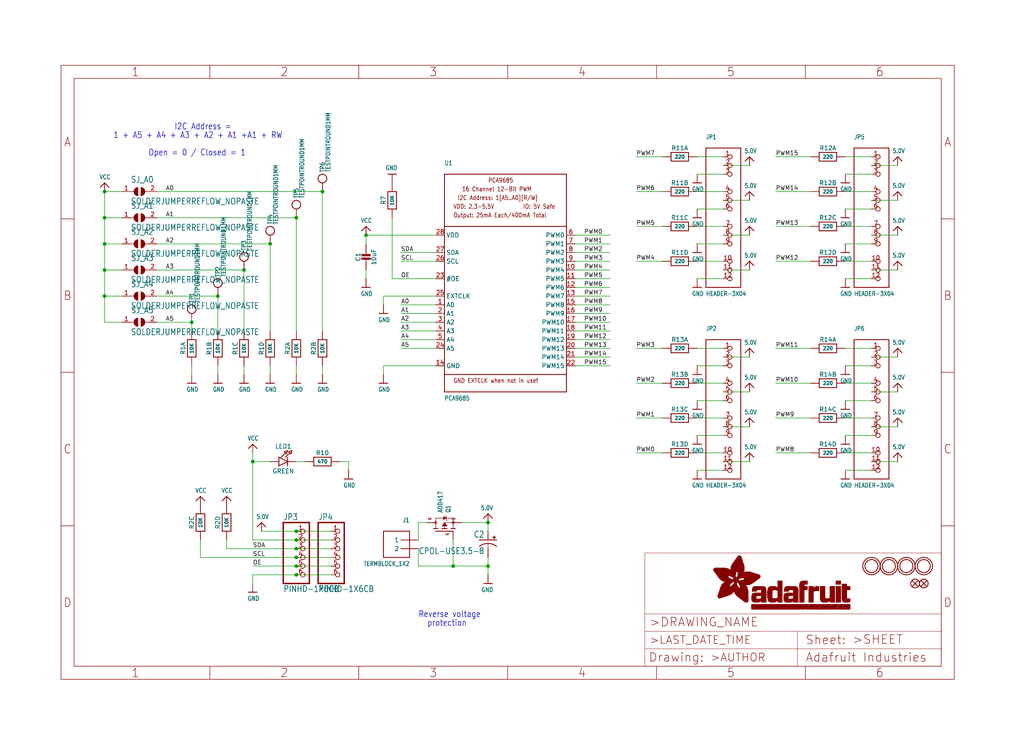
<source format=kicad_sch>
(kicad_sch (version 20211123) (generator eeschema)
  (paper "User" 298.45 217.881)
  (lib_symbols
    (symbol "PCA9685-eagle-import:5.0V" (power)
      (property "Value" "5.0V" (at -1.524 1.016 0))
      (symbol "5.0V_1_0"
        (pin power_in line (at 0 -2.54 90) (length 2.54) (name "5.0V") (number "1"))
      )
    )
    (symbol "PCA9685-eagle-import:CAP_CERAMIC0805-NOOUTLINE"
      (property "Reference" "C" (at -2.29 1.25 90))
      (property "Value" "CAP_CERAMIC0805-NOOUTLINE" (at 2.3 1.25 90))
      (symbol "CAP_CERAMIC0805-NOOUTLINE_1_0"
        (pin passive line (at 0 5.08 270) (length 2.54) (name "1") (number "1"))
        (pin passive line (at 0 -2.54 90) (length 2.54) (name "2") (number "2"))
      )
    )
    (symbol "PCA9685-eagle-import:CPOL-USE3.5-8"
      (property "Reference" "C" (at 1.016 0.635 0))
      (property "Value" "CPOL-USE3.5-8" (at 1.016 -4.191 0))
      (symbol "CPOL-USE3.5-8_1_0"
        (pin passive line (at 0 2.54 270) (length 2.54) (name "+") (number "+"))
        (pin passive line (at 0 -5.08 90) (length 2.54) (name "-") (number "-"))
      )
    )
    (symbol "PCA9685-eagle-import:FIDUCIAL{dblquote}{dblquote}")
    (symbol "PCA9685-eagle-import:FRAME_A4_ADAFRUIT"
      (symbol "FRAME_A4_ADAFRUIT_1_0"
        (text "1" (at 21.6958 1.905 0) (effects (font (size 2.54 2.286))))
        (text "1" (at 21.6958 177.165 0) (effects (font (size 2.54 2.286))))
        (text "2" (at 65.0875 1.905 0) (effects (font (size 2.54 2.286))))
        (text "2" (at 65.0875 177.165 0) (effects (font (size 2.54 2.286))))
        (text "3" (at 108.4792 1.905 0) (effects (font (size 2.54 2.286))))
        (text "3" (at 108.4792 177.165 0) (effects (font (size 2.54 2.286))))
        (text "4" (at 151.8708 1.905 0) (effects (font (size 2.54 2.286))))
        (text "4" (at 151.8708 177.165 0) (effects (font (size 2.54 2.286))))
        (text "5" (at 195.2625 1.905 0) (effects (font (size 2.54 2.286))))
        (text "5" (at 195.2625 177.165 0) (effects (font (size 2.54 2.286))))
        (text "6" (at 238.6542 1.905 0) (effects (font (size 2.54 2.286))))
        (text "6" (at 238.6542 177.165 0) (effects (font (size 2.54 2.286))))
        (text ">AUTHOR" (at 189.23 5.08 0) (effects (font (size 2.286 2.286)) (justify left bottom)))
        (text ">DRAWING_NAME" (at 171.45 15.24 0) (effects (font (size 2.54 2.54)) (justify left bottom)))
        (text ">LAST_DATE_TIME" (at 171.45 10.16 0) (effects (font (size 2.286 2.286)) (justify left bottom)))
        (text ">SHEET" (at 230.505 10.16 0) (effects (font (size 2.54 2.54)) (justify left bottom)))
        (text "A" (at 1.905 156.6863 0) (effects (font (size 2.54 2.286))))
        (text "A" (at 258.445 156.6863 0) (effects (font (size 2.54 2.286))))
        (text "Adafruit Industries" (at 216.916 4.953 0) (effects (font (size 2.54 2.54)) (justify left bottom)))
        (text "B" (at 1.905 111.9188 0) (effects (font (size 2.54 2.286))))
        (text "B" (at 258.445 111.9188 0) (effects (font (size 2.54 2.286))))
        (text "C" (at 1.905 67.1513 0) (effects (font (size 2.54 2.286))))
        (text "C" (at 258.445 67.1513 0) (effects (font (size 2.54 2.286))))
        (text "D" (at 1.905 22.3838 0) (effects (font (size 2.54 2.286))))
        (text "D" (at 258.445 22.3838 0) (effects (font (size 2.54 2.286))))
        (text "Drawing:" (at 171.196 4.953 0) (effects (font (size 2.54 2.54)) (justify left bottom)))
        (text "Sheet:" (at 216.916 10.033 0) (effects (font (size 2.54 2.54)) (justify left bottom)))
      )
    )
    (symbol "PCA9685-eagle-import:GND" (power)
      (property "Value" "GND" (at -1.524 -2.54 0))
      (symbol "GND_1_0"
        (pin power_in line (at 0 2.54 270) (length 2.54) (name "GND") (number "1"))
      )
    )
    (symbol "PCA9685-eagle-import:HEADER-3X04"
      (property "Reference" "JP" (at -5.08 22.86 0))
      (property "Value" "HEADER-3X04" (at -5.08 -22.86 0))
      (symbol "HEADER-3X04_1_0"
        (pin passive inverted (at 0 17.78 0) (length 2.54) (name "1") (number "1"))
        (pin passive inverted (at 0 -12.7 0) (length 2.54) (name "10") (number "10"))
        (pin passive inverted (at 0 -15.24 0) (length 2.54) (name "11") (number "11"))
        (pin passive inverted (at 0 -17.78 0) (length 2.54) (name "12") (number "12"))
        (pin passive inverted (at 0 15.24 0) (length 2.54) (name "2") (number "2"))
        (pin passive inverted (at 0 12.7 0) (length 2.54) (name "3") (number "3"))
        (pin passive inverted (at 0 7.62 0) (length 2.54) (name "4") (number "4"))
        (pin passive inverted (at 0 5.08 0) (length 2.54) (name "5") (number "5"))
        (pin passive inverted (at 0 2.54 0) (length 2.54) (name "6") (number "6"))
        (pin passive inverted (at 0 -2.54 0) (length 2.54) (name "7") (number "7"))
        (pin passive inverted (at 0 -5.08 0) (length 2.54) (name "8") (number "8"))
        (pin passive inverted (at 0 -7.62 0) (length 2.54) (name "9") (number "9"))
      )
    )
    (symbol "PCA9685-eagle-import:LED0805_NOOUTLINE"
      (property "Reference" "D" (at -1.27 4.445 0))
      (property "Value" "LED0805_NOOUTLINE" (at -1.27 -2.794 0))
      (symbol "LED0805_NOOUTLINE_1_0"
        (pin passive line (at -5.08 0 0) (length 2.54) (name "A") (number "A"))
        (pin passive line (at 2.54 0 180) (length 2.54) (name "C") (number "C"))
      )
    )
    (symbol "PCA9685-eagle-import:MOSFET-PTO252"
      (property "Reference" "Q" (at 2.794 0.381 0))
      (property "Value" "MOSFET-PTO252" (at 2.794 -1.905 0))
      (symbol "MOSFET-PTO252_1_0"
        (text "D" (at 0.635 -3.81 0) (effects (font (size 0.8128 0.6908)) (justify left bottom)))
        (text "G" (at -3.81 1.27 0) (effects (font (size 0.8128 0.6908)) (justify left bottom)))
        (text "S" (at 0.635 3.175 0) (effects (font (size 0.8128 0.6908)) (justify left bottom)))
        (pin passive line (at -5.08 2.54 0) (length 2.54) (name "G") (number "1"))
        (pin passive line (at 0 5.08 270) (length 2.54) (name "S") (number "2"))
        (pin passive line (at 0 -5.08 90) (length 2.54) (name "D") (number "3"))
      )
    )
    (symbol "PCA9685-eagle-import:MOUNTINGHOLE2.5")
    (symbol "PCA9685-eagle-import:PCA9685"
      (property "Reference" "U" (at -17.78 35.56 0))
      (property "Value" "PCA9685" (at -17.78 -33.02 0))
      (symbol "PCA9685_1_0"
        (text "16 Channel 12-Bit PWM" (at -12.7 27.94 0) (effects (font (size 1.27 1.0795)) (justify left bottom)))
        (text "GND EXTCLK when not in use!" (at -15.24 -27.94 0) (effects (font (size 1.27 1.0795)) (justify left bottom)))
        (text "I2C Address: 1[A5..A0][R/W]" (at -13.97 25.4 0) (effects (font (size 1.27 1.0795)) (justify left bottom)))
        (text "IO: 5V Safe" (at 5.08 22.86 0) (effects (font (size 1.27 1.0795)) (justify left bottom)))
        (text "Output: 25mA Each/400mA Total" (at -15.24 20.32 0) (effects (font (size 1.27 1.0795)) (justify left bottom)))
        (text "PCA9685" (at -5.08 30.48 0) (effects (font (size 1.27 1.0795)) (justify left bottom)))
        (text "VDD: 2.3-5.5V" (at -15.24 22.86 0) (effects (font (size 1.27 1.0795)) (justify left bottom)))
        (pin bidirectional line (at -20.32 -5.08 0) (length 2.54) (name "A0") (number "1"))
        (pin output line (at 20.32 5.08 180) (length 2.54) (name "PWM4") (number "10"))
        (pin output line (at 20.32 2.54 180) (length 2.54) (name "PWM5") (number "11"))
        (pin output line (at 20.32 0 180) (length 2.54) (name "PWM6") (number "12"))
        (pin output line (at 20.32 -2.54 180) (length 2.54) (name "PWM7") (number "13"))
        (pin power_in line (at -20.32 -22.86 0) (length 2.54) (name "GND") (number "14"))
        (pin output line (at 20.32 -5.08 180) (length 2.54) (name "PWM8") (number "15"))
        (pin output line (at 20.32 -7.62 180) (length 2.54) (name "PWM9") (number "16"))
        (pin output line (at 20.32 -10.16 180) (length 2.54) (name "PWM10") (number "17"))
        (pin output line (at 20.32 -12.7 180) (length 2.54) (name "PWM11") (number "18"))
        (pin output line (at 20.32 -15.24 180) (length 2.54) (name "PWM12") (number "19"))
        (pin bidirectional line (at -20.32 -7.62 0) (length 2.54) (name "A1") (number "2"))
        (pin output line (at 20.32 -17.78 180) (length 2.54) (name "PWM13") (number "20"))
        (pin output line (at 20.32 -20.32 180) (length 2.54) (name "PWM14") (number "21"))
        (pin output line (at 20.32 -22.86 180) (length 2.54) (name "PWM15") (number "22"))
        (pin input line (at -20.32 2.54 0) (length 2.54) (name "#OE") (number "23"))
        (pin bidirectional line (at -20.32 -17.78 0) (length 2.54) (name "A5") (number "24"))
        (pin input line (at -20.32 -2.54 0) (length 2.54) (name "EXTCLK") (number "25"))
        (pin bidirectional line (at -20.32 7.62 0) (length 2.54) (name "SCL") (number "26"))
        (pin bidirectional line (at -20.32 10.16 0) (length 2.54) (name "SDA") (number "27"))
        (pin power_in line (at -20.32 15.24 0) (length 2.54) (name "VDD") (number "28"))
        (pin bidirectional line (at -20.32 -10.16 0) (length 2.54) (name "A2") (number "3"))
        (pin bidirectional line (at -20.32 -12.7 0) (length 2.54) (name "A3") (number "4"))
        (pin bidirectional line (at -20.32 -15.24 0) (length 2.54) (name "A4") (number "5"))
        (pin output line (at 20.32 15.24 180) (length 2.54) (name "PWM0") (number "6"))
        (pin output line (at 20.32 12.7 180) (length 2.54) (name "PWM1") (number "7"))
        (pin output line (at 20.32 10.16 180) (length 2.54) (name "PWM2") (number "8"))
        (pin output line (at 20.32 7.62 180) (length 2.54) (name "PWM3") (number "9"))
      )
    )
    (symbol "PCA9685-eagle-import:PINHD-1X6CB"
      (property "Reference" "JP" (at -6.35 10.795 0))
      (property "Value" "PINHD-1X6CB" (at -6.35 -10.16 0))
      (symbol "PINHD-1X6CB_1_0"
        (pin passive inverted (at -2.54 7.62 0) (length 2.54) (name "1") (number "1"))
        (pin passive inverted (at -2.54 5.08 0) (length 2.54) (name "2") (number "2"))
        (pin passive inverted (at -2.54 2.54 0) (length 2.54) (name "3") (number "3"))
        (pin passive inverted (at -2.54 0 0) (length 2.54) (name "4") (number "4"))
        (pin passive inverted (at -2.54 -2.54 0) (length 2.54) (name "5") (number "5"))
        (pin passive inverted (at -2.54 -5.08 0) (length 2.54) (name "6") (number "6"))
      )
    )
    (symbol "PCA9685-eagle-import:RESISTOR0805_NOOUTLINE"
      (property "Reference" "R" (at 0 2.54 0))
      (property "Value" "RESISTOR0805_NOOUTLINE" (at 0 0 0))
      (symbol "RESISTOR0805_NOOUTLINE_1_0"
        (pin passive line (at -5.08 0 0) (length 2.54) (name "1") (number "1"))
        (pin passive line (at 5.08 0 180) (length 2.54) (name "2") (number "2"))
      )
    )
    (symbol "PCA9685-eagle-import:RESISTOR_0805MP"
      (property "Reference" "R" (at 0 2.54 0))
      (property "Value" "RESISTOR_0805MP" (at 0 0 0))
      (symbol "RESISTOR_0805MP_1_0"
        (pin passive line (at -5.08 0 0) (length 2.54) (name "1") (number "1"))
        (pin passive line (at 5.08 0 180) (length 2.54) (name "2") (number "2"))
      )
    )
    (symbol "PCA9685-eagle-import:RESISTOR_4PACK"
      (property "Reference" "R" (at 0 2.54 0))
      (property "Value" "RESISTOR_4PACK" (at 0 0 0))
      (symbol "RESISTOR_4PACK_1_0"
        (pin passive line (at -5.08 0 0) (length 2.54) (name "1") (number "1"))
        (pin passive line (at 5.08 0 180) (length 2.54) (name "2") (number "8"))
      )
      (symbol "RESISTOR_4PACK_2_0"
        (pin passive line (at -5.08 0 0) (length 2.54) (name "1") (number "2"))
        (pin passive line (at 5.08 0 180) (length 2.54) (name "2") (number "7"))
      )
      (symbol "RESISTOR_4PACK_3_0"
        (pin passive line (at -5.08 0 0) (length 2.54) (name "1") (number "3"))
        (pin passive line (at 5.08 0 180) (length 2.54) (name "2") (number "6"))
      )
      (symbol "RESISTOR_4PACK_4_0"
        (pin passive line (at -5.08 0 0) (length 2.54) (name "1") (number "4"))
        (pin passive line (at 5.08 0 180) (length 2.54) (name "2") (number "5"))
      )
    )
    (symbol "PCA9685-eagle-import:SOLDERJUMPERREFLOW_NOPASTE"
      (property "Reference" "SJ" (at -2.54 2.54 0))
      (property "Value" "SOLDERJUMPERREFLOW_NOPASTE" (at -2.54 -3.81 0))
      (symbol "SOLDERJUMPERREFLOW_NOPASTE_1_0"
        (pin passive line (at -5.08 0 0) (length 2.54) (name "1") (number "1"))
        (pin passive line (at 5.08 0 180) (length 2.54) (name "2") (number "2"))
      )
    )
    (symbol "PCA9685-eagle-import:TERMBLOCK_1X2"
      (property "Reference" "X" (at -2.54 7.62 0))
      (property "Value" "TERMBLOCK_1X2" (at -2.54 -5.08 0))
      (symbol "TERMBLOCK_1X2_1_0"
        (pin passive line (at -5.08 2.54 0) (length 5.08) (name "1") (number "1"))
        (pin passive line (at -5.08 0 0) (length 5.08) (name "2") (number "2"))
      )
    )
    (symbol "PCA9685-eagle-import:TESTPOINTROUND1MM"
      (property "Reference" "TP" (at 0 5.588 90))
      (property "Value" "TESTPOINTROUND1MM" (at 1.651 5.588 90))
      (symbol "TESTPOINTROUND1MM_1_0"
        (pin bidirectional line (at 0 0 90) (length 2.54) (name "P$1") (number "P$1"))
      )
    )
    (symbol "PCA9685-eagle-import:VCC" (power)
      (property "Value" "VCC" (at -1.524 1.016 0))
      (symbol "VCC_1_0"
        (pin power_in line (at 0 -2.54 90) (length 2.54) (name "VCC") (number "1"))
      )
    )
  )
  (junction (at 86.36 167.64))
  (junction (at 73.66 134.62))
  (junction (at 86.36 157.48))
  (junction (at 86.36 63.5))
  (junction (at 63.5 86.36))
  (junction (at 55.88 93.98))
  (junction (at 132.08 165.1))
  (junction (at 106.68 68.58))
  (junction (at 86.36 154.94))
  (junction (at 30.48 71.12))
  (junction (at 93.98 55.88))
  (junction (at 30.48 63.5))
  (junction (at 78.74 71.12))
  (junction (at 30.48 78.74))
  (junction (at 86.36 160.02))
  (junction (at 30.48 55.88))
  (junction (at 142.24 165.1))
  (junction (at 142.24 152.4))
  (junction (at 86.36 165.1))
  (junction (at 71.12 78.74))
  (junction (at 30.48 86.36))
  (junction (at 86.36 162.56))
  (wire (pts (xy 203.2 121.92) (xy 210.82 121.92)))
  (wire (pts (xy 210.82 71.12) (xy 203.2 71.12)))
  (wire (pts (xy 254 116.84) (xy 246.38 116.84)))
  (wire (pts (xy 111.76 86.36) (xy 111.76 88.9)))
  (wire (pts (xy 210.82 60.96) (xy 203.2 60.96)))
  (wire (pts (xy 254 127) (xy 246.38 127)))
  (wire (pts (xy 86.36 154.94) (xy 96.52 154.94)))
  (wire (pts (xy 132.08 165.1) (xy 121.92 165.1)))
  (wire (pts (xy 193.04 111.76) (xy 185.42 111.76)))
  (wire (pts (xy 203.2 132.08) (xy 210.82 132.08)))
  (wire (pts (xy 210.82 127) (xy 203.2 127)))
  (wire (pts (xy 167.64 93.98) (xy 177.8 93.98)))
  (wire (pts (xy 246.38 45.72) (xy 254 45.72)))
  (wire (pts (xy 246.38 66.04) (xy 254 66.04)))
  (wire (pts (xy 254 71.12) (xy 246.38 71.12)))
  (wire (pts (xy 236.22 101.6) (xy 226.06 101.6)))
  (wire (pts (xy 210.82 50.8) (xy 203.2 50.8)))
  (wire (pts (xy 58.42 162.56) (xy 58.42 157.48)))
  (wire (pts (xy 236.22 132.08) (xy 226.06 132.08)))
  (wire (pts (xy 254 134.62) (xy 261.62 134.62)))
  (wire (pts (xy 236.22 121.92) (xy 226.06 121.92)))
  (wire (pts (xy 210.82 137.16) (xy 203.2 137.16)))
  (wire (pts (xy 121.92 152.4) (xy 121.92 157.48)))
  (wire (pts (xy 127 81.28) (xy 114.3 81.28)))
  (wire (pts (xy 127 88.9) (xy 116.84 88.9)))
  (wire (pts (xy 210.82 78.74) (xy 218.44 78.74)))
  (wire (pts (xy 55.88 93.98) (xy 55.88 96.52)))
  (wire (pts (xy 254 50.8) (xy 246.38 50.8)))
  (wire (pts (xy 127 106.68) (xy 111.76 106.68)))
  (wire (pts (xy 30.48 78.74) (xy 30.48 71.12)))
  (wire (pts (xy 246.38 55.88) (xy 254 55.88)))
  (wire (pts (xy 210.82 104.14) (xy 218.44 104.14)))
  (wire (pts (xy 86.36 162.56) (xy 58.42 162.56)))
  (wire (pts (xy 203.2 76.2) (xy 210.82 76.2)))
  (wire (pts (xy 167.64 83.82) (xy 177.8 83.82)))
  (wire (pts (xy 86.36 157.48) (xy 73.66 157.48)))
  (wire (pts (xy 127 101.6) (xy 116.84 101.6)))
  (wire (pts (xy 236.22 45.72) (xy 226.06 45.72)))
  (wire (pts (xy 45.72 63.5) (xy 86.36 63.5)))
  (wire (pts (xy 86.36 134.62) (xy 88.9 134.62)))
  (wire (pts (xy 193.04 132.08) (xy 185.42 132.08)))
  (wire (pts (xy 210.82 114.3) (xy 218.44 114.3)))
  (wire (pts (xy 106.68 68.58) (xy 127 68.58)))
  (wire (pts (xy 254 124.46) (xy 261.62 124.46)))
  (wire (pts (xy 45.72 78.74) (xy 71.12 78.74)))
  (wire (pts (xy 127 73.66) (xy 116.84 73.66)))
  (wire (pts (xy 167.64 88.9) (xy 177.8 88.9)))
  (wire (pts (xy 210.82 68.58) (xy 218.44 68.58)))
  (wire (pts (xy 45.72 55.88) (xy 93.98 55.88)))
  (wire (pts (xy 93.98 106.68) (xy 93.98 109.22)))
  (wire (pts (xy 210.82 124.46) (xy 218.44 124.46)))
  (wire (pts (xy 124.46 152.4) (xy 121.92 152.4)))
  (wire (pts (xy 246.38 101.6) (xy 254 101.6)))
  (wire (pts (xy 86.36 106.68) (xy 86.36 109.22)))
  (wire (pts (xy 167.64 68.58) (xy 177.8 68.58)))
  (wire (pts (xy 193.04 101.6) (xy 185.42 101.6)))
  (wire (pts (xy 127 86.36) (xy 111.76 86.36)))
  (wire (pts (xy 73.66 134.62) (xy 73.66 132.08)))
  (wire (pts (xy 254 60.96) (xy 246.38 60.96)))
  (wire (pts (xy 30.48 86.36) (xy 30.48 78.74)))
  (wire (pts (xy 96.52 157.48) (xy 86.36 157.48)))
  (wire (pts (xy 35.56 55.88) (xy 30.48 55.88)))
  (wire (pts (xy 121.92 165.1) (xy 121.92 160.02)))
  (wire (pts (xy 142.24 165.1) (xy 132.08 165.1)))
  (wire (pts (xy 99.06 134.62) (xy 101.6 134.62)))
  (wire (pts (xy 246.38 111.76) (xy 254 111.76)))
  (wire (pts (xy 167.64 86.36) (xy 177.8 86.36)))
  (wire (pts (xy 254 114.3) (xy 261.62 114.3)))
  (wire (pts (xy 254 81.28) (xy 246.38 81.28)))
  (wire (pts (xy 78.74 106.68) (xy 78.74 109.22)))
  (wire (pts (xy 167.64 99.06) (xy 177.8 99.06)))
  (wire (pts (xy 30.48 71.12) (xy 30.48 63.5)))
  (wire (pts (xy 111.76 106.68) (xy 111.76 109.22)))
  (wire (pts (xy 96.52 167.64) (xy 86.36 167.64)))
  (wire (pts (xy 185.42 55.88) (xy 193.04 55.88)))
  (wire (pts (xy 142.24 165.1) (xy 142.24 167.64)))
  (wire (pts (xy 236.22 111.76) (xy 226.06 111.76)))
  (wire (pts (xy 63.5 86.36) (xy 63.5 96.52)))
  (wire (pts (xy 30.48 63.5) (xy 30.48 55.88)))
  (wire (pts (xy 73.66 157.48) (xy 73.66 134.62)))
  (wire (pts (xy 210.82 58.42) (xy 218.44 58.42)))
  (wire (pts (xy 35.56 78.74) (xy 30.48 78.74)))
  (wire (pts (xy 193.04 76.2) (xy 185.42 76.2)))
  (wire (pts (xy 96.52 160.02) (xy 86.36 160.02)))
  (wire (pts (xy 254 104.14) (xy 261.62 104.14)))
  (wire (pts (xy 78.74 71.12) (xy 78.74 96.52)))
  (wire (pts (xy 236.22 66.04) (xy 226.06 66.04)))
  (wire (pts (xy 193.04 66.04) (xy 185.42 66.04)))
  (wire (pts (xy 106.68 68.58) (xy 106.68 71.12)))
  (wire (pts (xy 167.64 81.28) (xy 177.8 81.28)))
  (wire (pts (xy 142.24 152.4) (xy 142.24 154.94)))
  (wire (pts (xy 167.64 91.44) (xy 177.8 91.44)))
  (wire (pts (xy 167.64 76.2) (xy 177.8 76.2)))
  (wire (pts (xy 30.48 93.98) (xy 30.48 86.36)))
  (wire (pts (xy 203.2 55.88) (xy 210.82 55.88)))
  (wire (pts (xy 246.38 132.08) (xy 254 132.08)))
  (wire (pts (xy 254 68.58) (xy 261.62 68.58)))
  (wire (pts (xy 142.24 162.56) (xy 142.24 165.1)))
  (wire (pts (xy 127 99.06) (xy 116.84 99.06)))
  (wire (pts (xy 86.36 160.02) (xy 66.04 160.02)))
  (wire (pts (xy 203.2 101.6) (xy 210.82 101.6)))
  (wire (pts (xy 73.66 167.64) (xy 73.66 170.18)))
  (wire (pts (xy 127 93.98) (xy 116.84 93.98)))
  (wire (pts (xy 134.62 152.4) (xy 142.24 152.4)))
  (wire (pts (xy 66.04 160.02) (xy 66.04 157.48)))
  (wire (pts (xy 86.36 167.64) (xy 73.66 167.64)))
  (wire (pts (xy 167.64 73.66) (xy 177.8 73.66)))
  (wire (pts (xy 193.04 121.92) (xy 185.42 121.92)))
  (wire (pts (xy 127 96.52) (xy 116.84 96.52)))
  (wire (pts (xy 167.64 78.74) (xy 177.8 78.74)))
  (wire (pts (xy 127 76.2) (xy 116.84 76.2)))
  (wire (pts (xy 96.52 162.56) (xy 86.36 162.56)))
  (wire (pts (xy 210.82 48.26) (xy 218.44 48.26)))
  (wire (pts (xy 210.82 134.62) (xy 218.44 134.62)))
  (wire (pts (xy 86.36 165.1) (xy 73.66 165.1)))
  (wire (pts (xy 254 78.74) (xy 261.62 78.74)))
  (wire (pts (xy 167.64 101.6) (xy 177.8 101.6)))
  (wire (pts (xy 35.56 86.36) (xy 30.48 86.36)))
  (wire (pts (xy 63.5 106.68) (xy 63.5 109.22)))
  (wire (pts (xy 210.82 116.84) (xy 203.2 116.84)))
  (wire (pts (xy 193.04 45.72) (xy 185.42 45.72)))
  (wire (pts (xy 76.2 154.94) (xy 86.36 154.94)))
  (wire (pts (xy 167.64 104.14) (xy 177.8 104.14)))
  (wire (pts (xy 246.38 76.2) (xy 254 76.2)))
  (wire (pts (xy 35.56 63.5) (xy 30.48 63.5)))
  (wire (pts (xy 210.82 106.68) (xy 203.2 106.68)))
  (wire (pts (xy 96.52 165.1) (xy 86.36 165.1)))
  (wire (pts (xy 101.6 134.62) (xy 101.6 137.16)))
  (wire (pts (xy 203.2 111.76) (xy 210.82 111.76)))
  (wire (pts (xy 203.2 45.72) (xy 210.82 45.72)))
  (wire (pts (xy 45.72 86.36) (xy 63.5 86.36)))
  (wire (pts (xy 73.66 134.62) (xy 78.74 134.62)))
  (wire (pts (xy 35.56 71.12) (xy 30.48 71.12)))
  (wire (pts (xy 254 106.68) (xy 246.38 106.68)))
  (wire (pts (xy 254 137.16) (xy 246.38 137.16)))
  (wire (pts (xy 167.64 96.52) (xy 177.8 96.52)))
  (wire (pts (xy 45.72 93.98) (xy 55.88 93.98)))
  (wire (pts (xy 45.72 71.12) (xy 78.74 71.12)))
  (wire (pts (xy 236.22 76.2) (xy 226.06 76.2)))
  (wire (pts (xy 93.98 55.88) (xy 93.98 96.52)))
  (wire (pts (xy 132.08 157.48) (xy 132.08 165.1)))
  (wire (pts (xy 106.68 78.74) (xy 106.68 81.28)))
  (wire (pts (xy 114.3 81.28) (xy 114.3 63.5)))
  (wire (pts (xy 236.22 55.88) (xy 226.06 55.88)))
  (wire (pts (xy 254 48.26) (xy 261.62 48.26)))
  (wire (pts (xy 71.12 78.74) (xy 71.12 96.52)))
  (wire (pts (xy 55.88 106.68) (xy 55.88 109.22)))
  (wire (pts (xy 35.56 93.98) (xy 30.48 93.98)))
  (wire (pts (xy 167.64 71.12) (xy 177.8 71.12)))
  (wire (pts (xy 246.38 121.92) (xy 254 121.92)))
  (wire (pts (xy 127 91.44) (xy 116.84 91.44)))
  (wire (pts (xy 71.12 106.68) (xy 71.12 109.22)))
  (wire (pts (xy 254 58.42) (xy 261.62 58.42)))
  (wire (pts (xy 210.82 81.28) (xy 203.2 81.28)))
  (wire (pts (xy 203.2 66.04) (xy 210.82 66.04)))
  (wire (pts (xy 86.36 63.5) (xy 86.36 96.52)))
  (wire (pts (xy 167.64 106.68) (xy 177.8 106.68)))
  (text "Open = 0 / Closed = 1" (at 43.18 45.72 180) (effects (font (size 1.778 1.5113)) (justify left bottom)))
  (text "1 + A5 + A4 + A3 + A2 + A1 +A1 + RW" (at 33.02 40.64 180) (effects (font (size 1.778 1.5113)) (justify left bottom)))
  (text "Reverse voltage" (at 121.92 180.34 180) (effects (font (size 1.778 1.5113)) (justify left bottom)))
  (text "I2C Address =" (at 50.8 38.1 180) (effects (font (size 1.778 1.5113)) (justify left bottom)))
  (text "protection" (at 124.46 182.88 180) (effects (font (size 1.778 1.5113)) (justify left bottom)))
  (label "PWM14" (at 226.06 55.88 0) (effects (font (size 1.2446 1.2446))))
  (label "PWM14" (at 170.18 104.14 0) (effects (font (size 1.2446 1.2446))))
  (label "A4" (at 48.26 86.36 0) (effects (font (size 1.2446 1.2446))))
  (label "A1" (at 48.26 63.5 0) (effects (font (size 1.2446 1.2446))))
  (label "PWM7" (at 170.18 86.36 0) (effects (font (size 1.2446 1.2446))))
  (label "PWM5" (at 170.18 81.28 0) (effects (font (size 1.2446 1.2446))))
  (label "A3" (at 116.84 96.52 0) (effects (font (size 1.2446 1.2446))))
  (label "PWM12" (at 226.06 76.2 0) (effects (font (size 1.2446 1.2446))))
  (label "PWM15" (at 226.06 45.72 0) (effects (font (size 1.2446 1.2446))))
  (label "PWM5" (at 185.42 66.04 0) (effects (font (size 1.2446 1.2446))))
  (label "PWM11" (at 226.06 101.6 0) (effects (font (size 1.2446 1.2446))))
  (label "A1" (at 116.84 91.44 0) (effects (font (size 1.2446 1.2446))))
  (label "A4" (at 116.84 99.06 0) (effects (font (size 1.2446 1.2446))))
  (label "PWM3" (at 185.42 101.6 0) (effects (font (size 1.2446 1.2446))))
  (label "PWM15" (at 170.18 106.68 0) (effects (font (size 1.2446 1.2446))))
  (label "SDA" (at 73.66 160.02 0) (effects (font (size 1.2446 1.2446))))
  (label "PWM4" (at 185.42 76.2 0) (effects (font (size 1.2446 1.2446))))
  (label "PWM12" (at 170.18 99.06 0) (effects (font (size 1.2446 1.2446))))
  (label "OE" (at 73.66 165.1 0) (effects (font (size 1.2446 1.2446))))
  (label "A5" (at 116.84 101.6 0) (effects (font (size 1.2446 1.2446))))
  (label "PWM1" (at 185.42 121.92 0) (effects (font (size 1.2446 1.2446))))
  (label "PWM6" (at 185.42 55.88 0) (effects (font (size 1.2446 1.2446))))
  (label "PWM13" (at 226.06 66.04 0) (effects (font (size 1.2446 1.2446))))
  (label "PWM13" (at 170.18 101.6 0) (effects (font (size 1.2446 1.2446))))
  (label "A0" (at 116.84 88.9 0) (effects (font (size 1.2446 1.2446))))
  (label "PWM7" (at 185.42 45.72 0) (effects (font (size 1.2446 1.2446))))
  (label "PWM4" (at 170.18 78.74 0) (effects (font (size 1.2446 1.2446))))
  (label "PWM10" (at 226.06 111.76 0) (effects (font (size 1.2446 1.2446))))
  (label "PWM2" (at 185.42 111.76 0) (effects (font (size 1.2446 1.2446))))
  (label "PWM2" (at 170.18 73.66 0) (effects (font (size 1.2446 1.2446))))
  (label "PWM9" (at 170.18 91.44 0) (effects (font (size 1.2446 1.2446))))
  (label "PWM0" (at 170.18 68.58 0) (effects (font (size 1.2446 1.2446))))
  (label "PWM6" (at 170.18 83.82 0) (effects (font (size 1.2446 1.2446))))
  (label "SCL" (at 73.66 162.56 0) (effects (font (size 1.2446 1.2446))))
  (label "A2" (at 116.84 93.98 0) (effects (font (size 1.2446 1.2446))))
  (label "PWM8" (at 226.06 132.08 0) (effects (font (size 1.2446 1.2446))))
  (label "OE" (at 116.84 81.28 0) (effects (font (size 1.2446 1.2446))))
  (label "PWM8" (at 170.18 88.9 0) (effects (font (size 1.2446 1.2446))))
  (label "A5" (at 48.26 93.98 0) (effects (font (size 1.2446 1.2446))))
  (label "PWM0" (at 185.42 132.08 0) (effects (font (size 1.2446 1.2446))))
  (label "A0" (at 48.26 55.88 0) (effects (font (size 1.2446 1.2446))))
  (label "PWM11" (at 170.18 96.52 0) (effects (font (size 1.2446 1.2446))))
  (label "SCL" (at 116.84 76.2 0) (effects (font (size 1.2446 1.2446))))
  (label "PWM3" (at 170.18 76.2 0) (effects (font (size 1.2446 1.2446))))
  (label "PWM1" (at 170.18 71.12 0) (effects (font (size 1.2446 1.2446))))
  (label "A3" (at 48.26 78.74 0) (effects (font (size 1.2446 1.2446))))
  (label "PWM10" (at 170.18 93.98 0) (effects (font (size 1.2446 1.2446))))
  (label "SDA" (at 116.84 73.66 0) (effects (font (size 1.2446 1.2446))))
  (label "A2" (at 48.26 71.12 0) (effects (font (size 1.2446 1.2446))))
  (label "PWM9" (at 226.06 121.92 0) (effects (font (size 1.2446 1.2446))))
  (symbol (lib_id "PCA9685-eagle-import:RESISTOR_4PACK") (at 78.74 101.6 90) (unit 4)
    (property "Reference" "R1" (at 76.2 101.6 0))
    (property "Value" "10K" (at 78.74 101.6 0) (effects (font (size 1.016 1.016) bold)))
    (property "Footprint" "PCA9685:RESPACK_4X0603" (effects hide))
  )
  (symbol (lib_id "PCA9685-eagle-import:GND") (at 203.2 83.82 0) (unit 1)
    (property "Reference" "#U$21" (effects hide))
    (property "Value" "GND" (at 201.676 86.36 0) (effects (font (size 1.27 1.0795)) (justify left bottom)))
    (property "Footprint" "PCA9685:" (effects hide))
  )
  (symbol (lib_id "PCA9685-eagle-import:SOLDERJUMPERREFLOW_NOPASTE") (at 40.64 78.74 0) (unit 1)
    (property "Reference" "SJ_A3" (at 38.1 76.2 0) (effects (font (size 1.778 1.5113)) (justify left bottom)))
    (property "Value" "SOLDERJUMPERREFLOW_NOPASTE" (at 38.1 82.55 0) (effects (font (size 1.778 1.5113)) (justify left bottom)))
    (property "Footprint" "PCA9685:SOLDERJUMPER_REFLOW_NOPASTE" (effects hide))
  )
  (symbol (lib_id "PCA9685-eagle-import:GND") (at 63.5 111.76 0) (unit 1)
    (property "Reference" "#U$37" (effects hide))
    (property "Value" "GND" (at 61.976 114.3 0) (effects (font (size 1.27 1.0795)) (justify left bottom)))
    (property "Footprint" "PCA9685:" (effects hide))
  )
  (symbol (lib_id "PCA9685-eagle-import:5.0V") (at 218.44 55.88 0) (unit 1)
    (property "Reference" "#U$3" (effects hide))
    (property "Value" "5.0V" (at 216.916 54.864 0) (effects (font (size 1.27 1.0795)) (justify left bottom)))
    (property "Footprint" "PCA9685:" (effects hide))
  )
  (symbol (lib_id "PCA9685-eagle-import:GND") (at 203.2 63.5 0) (unit 1)
    (property "Reference" "#U$19" (effects hide))
    (property "Value" "GND" (at 201.676 66.04 0) (effects (font (size 1.27 1.0795)) (justify left bottom)))
    (property "Footprint" "PCA9685:" (effects hide))
  )
  (symbol (lib_id "PCA9685-eagle-import:PINHD-1X6CB") (at 99.06 162.56 0) (unit 1)
    (property "Reference" "JP4" (at 92.71 151.765 0) (effects (font (size 1.778 1.5113)) (justify left bottom)))
    (property "Value" "PINHD-1X6CB" (at 92.71 172.72 0) (effects (font (size 1.778 1.5113)) (justify left bottom)))
    (property "Footprint" "PCA9685:1X06-CLEANBIG" (effects hide))
  )
  (symbol (lib_id "PCA9685-eagle-import:RESISTOR_4PACK") (at 71.12 101.6 90) (unit 3)
    (property "Reference" "R1" (at 68.58 101.6 0))
    (property "Value" "10K" (at 71.12 101.6 0) (effects (font (size 1.016 1.016) bold)))
    (property "Footprint" "PCA9685:RESPACK_4X0603" (effects hide))
  )
  (symbol (lib_id "PCA9685-eagle-import:RESISTOR_4PACK") (at 241.3 101.6 0) (unit 1)
    (property "Reference" "R14" (at 241.3 99.06 0))
    (property "Value" "220" (at 241.3 101.6 0) (effects (font (size 1.016 1.016) bold)))
    (property "Footprint" "PCA9685:RESPACK_4X0603" (effects hide))
  )
  (symbol (lib_id "PCA9685-eagle-import:HEADER-3X04") (at 254 119.38 0) (unit 1)
    (property "Reference" "JP6" (at 248.92 96.52 0) (effects (font (size 1.27 1.0795)) (justify left bottom)))
    (property "Value" "HEADER-3X04" (at 248.92 142.24 0) (effects (font (size 1.27 1.0795)) (justify left bottom)))
    (property "Footprint" "PCA9685:3X04" (effects hide))
  )
  (symbol (lib_id "PCA9685-eagle-import:RESISTOR_4PACK") (at 198.12 66.04 0) (unit 3)
    (property "Reference" "R11" (at 198.12 63.5 0))
    (property "Value" "220" (at 198.12 66.04 0) (effects (font (size 1.016 1.016) bold)))
    (property "Footprint" "PCA9685:RESPACK_4X0603" (effects hide))
  )
  (symbol (lib_id "PCA9685-eagle-import:GND") (at 111.76 91.44 0) (unit 1)
    (property "Reference" "#U$34" (effects hide))
    (property "Value" "GND" (at 110.236 93.98 0) (effects (font (size 1.27 1.0795)) (justify left bottom)))
    (property "Footprint" "PCA9685:" (effects hide))
  )
  (symbol (lib_id "PCA9685-eagle-import:5.0V") (at 142.24 149.86 0) (mirror y) (unit 1)
    (property "Reference" "#U$45" (effects hide))
    (property "Value" "5.0V" (at 143.764 148.844 0) (effects (font (size 1.27 1.0795)) (justify left bottom)))
    (property "Footprint" "PCA9685:" (effects hide))
  )
  (symbol (lib_id "PCA9685-eagle-import:RESISTOR_4PACK") (at 55.88 101.6 90) (unit 1)
    (property "Reference" "R1" (at 53.34 101.6 0))
    (property "Value" "10K" (at 55.88 101.6 0) (effects (font (size 1.016 1.016) bold)))
    (property "Footprint" "PCA9685:RESPACK_4X0603" (effects hide))
  )
  (symbol (lib_id "PCA9685-eagle-import:TESTPOINTROUND1MM") (at 55.88 93.98 0) (unit 1)
    (property "Reference" "TP1" (at 55.88 88.392 90) (effects (font (size 1.27 1.0795)) (justify left)))
    (property "Value" "TESTPOINTROUND1MM" (at 57.531 88.392 90) (effects (font (size 1.27 1.0795)) (justify left)))
    (property "Footprint" "PCA9685:TESTPOINT_ROUND_1MM" (effects hide))
  )
  (symbol (lib_id "PCA9685-eagle-import:5.0V") (at 261.62 132.08 0) (unit 1)
    (property "Reference" "#U$17" (effects hide))
    (property "Value" "5.0V" (at 260.096 131.064 0) (effects (font (size 1.27 1.0795)) (justify left bottom)))
    (property "Footprint" "PCA9685:" (effects hide))
  )
  (symbol (lib_id "PCA9685-eagle-import:RESISTOR_4PACK") (at 198.12 55.88 0) (unit 2)
    (property "Reference" "R11" (at 198.12 53.34 0))
    (property "Value" "220" (at 198.12 55.88 0) (effects (font (size 1.016 1.016) bold)))
    (property "Footprint" "PCA9685:RESPACK_4X0603" (effects hide))
  )
  (symbol (lib_id "PCA9685-eagle-import:RESISTOR_4PACK") (at 198.12 45.72 0) (unit 1)
    (property "Reference" "R11" (at 198.12 43.18 0))
    (property "Value" "220" (at 198.12 45.72 0) (effects (font (size 1.016 1.016) bold)))
    (property "Footprint" "PCA9685:RESPACK_4X0603" (effects hide))
  )
  (symbol (lib_id "PCA9685-eagle-import:5.0V") (at 261.62 45.72 0) (unit 1)
    (property "Reference" "#U$10" (effects hide))
    (property "Value" "5.0V" (at 260.096 44.704 0) (effects (font (size 1.27 1.0795)) (justify left bottom)))
    (property "Footprint" "PCA9685:" (effects hide))
  )
  (symbol (lib_id "PCA9685-eagle-import:RESISTOR_4PACK") (at 241.3 66.04 0) (unit 3)
    (property "Reference" "R12" (at 241.3 63.5 0))
    (property "Value" "220" (at 241.3 66.04 0) (effects (font (size 1.016 1.016) bold)))
    (property "Footprint" "PCA9685:RESPACK_4X0603" (effects hide))
  )
  (symbol (lib_id "PCA9685-eagle-import:5.0V") (at 261.62 55.88 0) (unit 1)
    (property "Reference" "#U$11" (effects hide))
    (property "Value" "5.0V" (at 260.096 54.864 0) (effects (font (size 1.27 1.0795)) (justify left bottom)))
    (property "Footprint" "PCA9685:" (effects hide))
  )
  (symbol (lib_id "PCA9685-eagle-import:GND") (at 114.3 50.8 180) (unit 1)
    (property "Reference" "#U$52" (effects hide))
    (property "Value" "GND" (at 115.824 48.26 0) (effects (font (size 1.27 1.0795)) (justify left bottom)))
    (property "Footprint" "PCA9685:" (effects hide))
  )
  (symbol (lib_id "PCA9685-eagle-import:SOLDERJUMPERREFLOW_NOPASTE") (at 40.64 93.98 0) (unit 1)
    (property "Reference" "SJ_A5" (at 38.1 91.44 0) (effects (font (size 1.778 1.5113)) (justify left bottom)))
    (property "Value" "SOLDERJUMPERREFLOW_NOPASTE" (at 38.1 97.79 0) (effects (font (size 1.778 1.5113)) (justify left bottom)))
    (property "Footprint" "PCA9685:SOLDERJUMPER_REFLOW_NOPASTE" (effects hide))
  )
  (symbol (lib_id "PCA9685-eagle-import:GND") (at 106.68 83.82 0) (unit 1)
    (property "Reference" "#U$42" (effects hide))
    (property "Value" "GND" (at 105.156 86.36 0) (effects (font (size 1.27 1.0795)) (justify left bottom)))
    (property "Footprint" "PCA9685:" (effects hide))
  )
  (symbol (lib_id "PCA9685-eagle-import:GND") (at 55.88 111.76 0) (unit 1)
    (property "Reference" "#U$36" (effects hide))
    (property "Value" "GND" (at 54.356 114.3 0) (effects (font (size 1.27 1.0795)) (justify left bottom)))
    (property "Footprint" "PCA9685:" (effects hide))
  )
  (symbol (lib_id "PCA9685-eagle-import:RESISTOR_4PACK") (at 241.3 55.88 0) (unit 2)
    (property "Reference" "R12" (at 241.3 53.34 0))
    (property "Value" "220" (at 241.3 55.88 0) (effects (font (size 1.016 1.016) bold)))
    (property "Footprint" "PCA9685:RESPACK_4X0603" (effects hide))
  )
  (symbol (lib_id "PCA9685-eagle-import:5.0V") (at 218.44 132.08 0) (unit 1)
    (property "Reference" "#U$9" (effects hide))
    (property "Value" "5.0V" (at 216.916 131.064 0) (effects (font (size 1.27 1.0795)) (justify left bottom)))
    (property "Footprint" "PCA9685:" (effects hide))
  )
  (symbol (lib_id "PCA9685-eagle-import:5.0V") (at 218.44 121.92 0) (unit 1)
    (property "Reference" "#U$8" (effects hide))
    (property "Value" "5.0V" (at 216.916 120.904 0) (effects (font (size 1.27 1.0795)) (justify left bottom)))
    (property "Footprint" "PCA9685:" (effects hide))
  )
  (symbol (lib_id "PCA9685-eagle-import:5.0V") (at 261.62 76.2 0) (unit 1)
    (property "Reference" "#U$13" (effects hide))
    (property "Value" "5.0V" (at 260.096 75.184 0) (effects (font (size 1.27 1.0795)) (justify left bottom)))
    (property "Footprint" "PCA9685:" (effects hide))
  )
  (symbol (lib_id "PCA9685-eagle-import:MOUNTINGHOLE2.5") (at 264.16 165.1 0) (unit 1)
    (property "Reference" "U$48" (effects hide))
    (property "Value" "MOUNTINGHOLE2.5" (effects hide))
    (property "Footprint" "PCA9685:MOUNTINGHOLE_2.5_PLATED" (effects hide))
  )
  (symbol (lib_id "PCA9685-eagle-import:GND") (at 246.38 119.38 0) (unit 1)
    (property "Reference" "#U$26" (effects hide))
    (property "Value" "GND" (at 244.856 121.92 0) (effects (font (size 1.27 1.0795)) (justify left bottom)))
    (property "Footprint" "PCA9685:" (effects hide))
  )
  (symbol (lib_id "PCA9685-eagle-import:FIDUCIAL{dblquote}{dblquote}") (at 269.24 170.18 0) (unit 1)
    (property "Reference" "FID1" (effects hide))
    (property "Value" "FIDUCIAL{dblquote}{dblquote}" (effects hide))
    (property "Footprint" "PCA9685:FIDUCIAL_1MM" (effects hide))
  )
  (symbol (lib_id "PCA9685-eagle-import:5.0V") (at 218.44 45.72 0) (unit 1)
    (property "Reference" "#U$2" (effects hide))
    (property "Value" "5.0V" (at 216.916 44.704 0) (effects (font (size 1.27 1.0795)) (justify left bottom)))
    (property "Footprint" "PCA9685:" (effects hide))
  )
  (symbol (lib_id "PCA9685-eagle-import:FRAME_A4_ADAFRUIT") (at 17.78 198.12 0) (unit 1)
    (property "Reference" "#U$1" (effects hide))
    (property "Value" "FRAME_A4_ADAFRUIT" (effects hide))
    (property "Footprint" "PCA9685:" (effects hide))
  )
  (symbol (lib_id "PCA9685-eagle-import:RESISTOR_4PACK") (at 93.98 101.6 90) (unit 2)
    (property "Reference" "R2" (at 91.44 101.6 0))
    (property "Value" "10K" (at 93.98 101.6 0) (effects (font (size 1.016 1.016) bold)))
    (property "Footprint" "PCA9685:RESPACK_4X0603" (effects hide))
  )
  (symbol (lib_id "PCA9685-eagle-import:SOLDERJUMPERREFLOW_NOPASTE") (at 40.64 71.12 0) (unit 1)
    (property "Reference" "SJ_A2" (at 38.1 68.58 0) (effects (font (size 1.778 1.5113)) (justify left bottom)))
    (property "Value" "SOLDERJUMPERREFLOW_NOPASTE" (at 38.1 74.93 0) (effects (font (size 1.778 1.5113)) (justify left bottom)))
    (property "Footprint" "PCA9685:SOLDERJUMPER_REFLOW_NOPASTE" (effects hide))
  )
  (symbol (lib_id "PCA9685-eagle-import:GND") (at 93.98 111.76 0) (unit 1)
    (property "Reference" "#U$41" (effects hide))
    (property "Value" "GND" (at 92.456 114.3 0) (effects (font (size 1.27 1.0795)) (justify left bottom)))
    (property "Footprint" "PCA9685:" (effects hide))
  )
  (symbol (lib_id "PCA9685-eagle-import:GND") (at 246.38 73.66 0) (unit 1)
    (property "Reference" "#U$29" (effects hide))
    (property "Value" "GND" (at 244.856 76.2 0) (effects (font (size 1.27 1.0795)) (justify left bottom)))
    (property "Footprint" "PCA9685:" (effects hide))
  )
  (symbol (lib_id "PCA9685-eagle-import:5.0V") (at 218.44 76.2 0) (unit 1)
    (property "Reference" "#U$5" (effects hide))
    (property "Value" "5.0V" (at 216.916 75.184 0) (effects (font (size 1.27 1.0795)) (justify left bottom)))
    (property "Footprint" "PCA9685:" (effects hide))
  )
  (symbol (lib_id "PCA9685-eagle-import:RESISTOR_4PACK") (at 58.42 152.4 90) (unit 3)
    (property "Reference" "R2" (at 55.88 152.4 0))
    (property "Value" "10K" (at 58.42 152.4 0) (effects (font (size 1.016 1.016) bold)))
    (property "Footprint" "PCA9685:RESPACK_4X0603" (effects hide))
  )
  (symbol (lib_id "PCA9685-eagle-import:HEADER-3X04") (at 254 63.5 0) (unit 1)
    (property "Reference" "JP5" (at 248.92 40.64 0) (effects (font (size 1.27 1.0795)) (justify left bottom)))
    (property "Value" "HEADER-3X04" (at 248.92 86.36 0) (effects (font (size 1.27 1.0795)) (justify left bottom)))
    (property "Footprint" "PCA9685:3X04" (effects hide))
  )
  (symbol (lib_id "PCA9685-eagle-import:MOSFET-PTO252") (at 129.54 152.4 270) (mirror x) (unit 1)
    (property "Reference" "Q1" (at 129.921 149.606 0) (effects (font (size 1.27 1.0795)) (justify left bottom)))
    (property "Value" "AOD417" (at 127.635 149.606 0) (effects (font (size 1.27 1.0795)) (justify left bottom)))
    (property "Footprint" "PCA9685:TO252" (effects hide))
  )
  (symbol (lib_id "PCA9685-eagle-import:RESISTOR_4PACK") (at 198.12 132.08 0) (unit 4)
    (property "Reference" "R13" (at 198.12 129.54 0))
    (property "Value" "220" (at 198.12 132.08 0) (effects (font (size 1.016 1.016) bold)))
    (property "Footprint" "PCA9685:RESPACK_4X0603" (effects hide))
  )
  (symbol (lib_id "PCA9685-eagle-import:MOUNTINGHOLE2.5") (at 254 165.1 0) (unit 1)
    (property "Reference" "U$50" (effects hide))
    (property "Value" "MOUNTINGHOLE2.5" (effects hide))
    (property "Footprint" "PCA9685:MOUNTINGHOLE_2.5_PLATED" (effects hide))
  )
  (symbol (lib_id "PCA9685-eagle-import:CAP_CERAMIC0805-NOOUTLINE") (at 106.68 76.2 0) (unit 1)
    (property "Reference" "C1" (at 104.39 74.95 90))
    (property "Value" "10uF" (at 108.98 74.95 90))
    (property "Footprint" "PCA9685:0805-NO" (effects hide))
  )
  (symbol (lib_id "PCA9685-eagle-import:GND") (at 203.2 73.66 0) (unit 1)
    (property "Reference" "#U$20" (effects hide))
    (property "Value" "GND" (at 201.676 76.2 0) (effects (font (size 1.27 1.0795)) (justify left bottom)))
    (property "Footprint" "PCA9685:" (effects hide))
  )
  (symbol (lib_id "PCA9685-eagle-import:VCC") (at 66.04 144.78 0) (unit 1)
    (property "Reference" "#P+10" (effects hide))
    (property "Value" "VCC" (at 64.516 143.764 0) (effects (font (size 1.27 1.0795)) (justify left bottom)))
    (property "Footprint" "PCA9685:" (effects hide))
  )
  (symbol (lib_id "PCA9685-eagle-import:GND") (at 111.76 111.76 0) (unit 1)
    (property "Reference" "#U$35" (effects hide))
    (property "Value" "GND" (at 110.236 114.3 0) (effects (font (size 1.27 1.0795)) (justify left bottom)))
    (property "Footprint" "PCA9685:" (effects hide))
  )
  (symbol (lib_id "PCA9685-eagle-import:5.0V") (at 261.62 111.76 0) (unit 1)
    (property "Reference" "#U$15" (effects hide))
    (property "Value" "5.0V" (at 260.096 110.744 0) (effects (font (size 1.27 1.0795)) (justify left bottom)))
    (property "Footprint" "PCA9685:" (effects hide))
  )
  (symbol (lib_id "PCA9685-eagle-import:FIDUCIAL{dblquote}{dblquote}") (at 266.7 170.18 0) (unit 1)
    (property "Reference" "FID2" (effects hide))
    (property "Value" "FIDUCIAL{dblquote}{dblquote}" (effects hide))
    (property "Footprint" "PCA9685:FIDUCIAL_1MM" (effects hide))
  )
  (symbol (lib_id "PCA9685-eagle-import:GND") (at 203.2 53.34 0) (unit 1)
    (property "Reference" "#U$18" (effects hide))
    (property "Value" "GND" (at 201.676 55.88 0) (effects (font (size 1.27 1.0795)) (justify left bottom)))
    (property "Footprint" "PCA9685:" (effects hide))
  )
  (symbol (lib_id "PCA9685-eagle-import:TESTPOINTROUND1MM") (at 86.36 63.5 0) (unit 1)
    (property "Reference" "TP5" (at 86.36 57.912 90) (effects (font (size 1.27 1.0795)) (justify left)))
    (property "Value" "TESTPOINTROUND1MM" (at 88.011 57.912 90) (effects (font (size 1.27 1.0795)) (justify left)))
    (property "Footprint" "PCA9685:TESTPOINT_ROUND_1MM" (effects hide))
  )
  (symbol (lib_id "PCA9685-eagle-import:VCC") (at 106.68 66.04 0) (unit 1)
    (property "Reference" "#P+7" (effects hide))
    (property "Value" "VCC" (at 105.156 65.024 0) (effects (font (size 1.27 1.0795)) (justify left bottom)))
    (property "Footprint" "PCA9685:" (effects hide))
  )
  (symbol (lib_id "PCA9685-eagle-import:RESISTOR_0805MP") (at 93.98 134.62 0) (unit 1)
    (property "Reference" "R10" (at 93.98 132.08 0))
    (property "Value" "470" (at 93.98 134.62 0) (effects (font (size 1.016 1.016) bold)))
    (property "Footprint" "PCA9685:_0805MP" (effects hide))
  )
  (symbol (lib_id "PCA9685-eagle-import:5.0V") (at 218.44 101.6 0) (unit 1)
    (property "Reference" "#U$6" (effects hide))
    (property "Value" "5.0V" (at 216.916 100.584 0) (effects (font (size 1.27 1.0795)) (justify left bottom)))
    (property "Footprint" "PCA9685:" (effects hide))
  )
  (symbol (lib_id "PCA9685-eagle-import:5.0V") (at 76.2 152.4 0) (unit 1)
    (property "Reference" "#U$53" (effects hide))
    (property "Value" "5.0V" (at 74.676 151.384 0) (effects (font (size 1.27 1.0795)) (justify left bottom)))
    (property "Footprint" "PCA9685:" (effects hide))
  )
  (symbol (lib_id "PCA9685-eagle-import:RESISTOR_4PACK") (at 198.12 121.92 0) (unit 3)
    (property "Reference" "R13" (at 198.12 119.38 0))
    (property "Value" "220" (at 198.12 121.92 0) (effects (font (size 1.016 1.016) bold)))
    (property "Footprint" "PCA9685:RESPACK_4X0603" (effects hide))
  )
  (symbol (lib_id "PCA9685-eagle-import:LED0805_NOOUTLINE") (at 83.82 134.62 0) (unit 1)
    (property "Reference" "LED1" (at 82.55 130.175 0))
    (property "Value" "GREEN" (at 82.55 137.414 0))
    (property "Footprint" "PCA9685:CHIPLED_0805_NOOUTLINE" (effects hide))
  )
  (symbol (lib_id "PCA9685-eagle-import:RESISTOR_4PACK") (at 241.3 45.72 0) (unit 1)
    (property "Reference" "R12" (at 241.3 43.18 0))
    (property "Value" "220" (at 241.3 45.72 0) (effects (font (size 1.016 1.016) bold)))
    (property "Footprint" "PCA9685:RESPACK_4X0603" (effects hide))
  )
  (symbol (lib_id "PCA9685-eagle-import:GND") (at 203.2 109.22 0) (unit 1)
    (property "Reference" "#U$22" (effects hide))
    (property "Value" "GND" (at 201.676 111.76 0) (effects (font (size 1.27 1.0795)) (justify left bottom)))
    (property "Footprint" "PCA9685:" (effects hide))
  )
  (symbol (lib_id "PCA9685-eagle-import:GND") (at 142.24 170.18 0) (mirror y) (unit 1)
    (property "Reference" "#U$46" (effects hide))
    (property "Value" "GND" (at 143.764 172.72 0) (effects (font (size 1.27 1.0795)) (justify left bottom)))
    (property "Footprint" "PCA9685:" (effects hide))
  )
  (symbol (lib_id "PCA9685-eagle-import:RESISTOR_4PACK") (at 241.3 132.08 0) (unit 4)
    (property "Reference" "R14" (at 241.3 129.54 0))
    (property "Value" "220" (at 241.3 132.08 0) (effects (font (size 1.016 1.016) bold)))
    (property "Footprint" "PCA9685:RESPACK_4X0603" (effects hide))
  )
  (symbol (lib_id "PCA9685-eagle-import:GND") (at 246.38 53.34 0) (unit 1)
    (property "Reference" "#U$31" (effects hide))
    (property "Value" "GND" (at 244.856 55.88 0) (effects (font (size 1.27 1.0795)) (justify left bottom)))
    (property "Footprint" "PCA9685:" (effects hide))
  )
  (symbol (lib_id "PCA9685-eagle-import:GND") (at 246.38 109.22 0) (unit 1)
    (property "Reference" "#U$27" (effects hide))
    (property "Value" "GND" (at 244.856 111.76 0) (effects (font (size 1.27 1.0795)) (justify left bottom)))
    (property "Footprint" "PCA9685:" (effects hide))
  )
  (symbol (lib_id "PCA9685-eagle-import:RESISTOR_4PACK") (at 241.3 111.76 0) (unit 2)
    (property "Reference" "R14" (at 241.3 109.22 0))
    (property "Value" "220" (at 241.3 111.76 0) (effects (font (size 1.016 1.016) bold)))
    (property "Footprint" "PCA9685:RESPACK_4X0603" (effects hide))
  )
  (symbol (lib_id "PCA9685-eagle-import:GND") (at 246.38 139.7 0) (unit 1)
    (property "Reference" "#U$33" (effects hide))
    (property "Value" "GND" (at 244.856 142.24 0) (effects (font (size 1.27 1.0795)) (justify left bottom)))
    (property "Footprint" "PCA9685:" (effects hide))
  )
  (symbol (lib_id "PCA9685-eagle-import:GND") (at 203.2 139.7 0) (unit 1)
    (property "Reference" "#U$32" (effects hide))
    (property "Value" "GND" (at 201.676 142.24 0) (effects (font (size 1.27 1.0795)) (justify left bottom)))
    (property "Footprint" "PCA9685:" (effects hide))
  )
  (symbol (lib_id "PCA9685-eagle-import:GND") (at 71.12 111.76 0) (unit 1)
    (property "Reference" "#U$38" (effects hide))
    (property "Value" "GND" (at 69.596 114.3 0) (effects (font (size 1.27 1.0795)) (justify left bottom)))
    (property "Footprint" "PCA9685:" (effects hide))
  )
  (symbol (lib_id "PCA9685-eagle-import:5.0V") (at 261.62 121.92 0) (unit 1)
    (property "Reference" "#U$16" (effects hide))
    (property "Value" "5.0V" (at 260.096 120.904 0) (effects (font (size 1.27 1.0795)) (justify left bottom)))
    (property "Footprint" "PCA9685:" (effects hide))
  )
  (symbol (lib_id "PCA9685-eagle-import:VCC") (at 30.48 53.34 0) (unit 1)
    (property "Reference" "#P+6" (effects hide))
    (property "Value" "VCC" (at 28.956 52.324 0) (effects (font (size 1.27 1.0795)) (justify left bottom)))
    (property "Footprint" "PCA9685:" (effects hide))
  )
  (symbol (lib_id "PCA9685-eagle-import:RESISTOR_4PACK") (at 198.12 111.76 0) (unit 2)
    (property "Reference" "R13" (at 198.12 109.22 0))
    (property "Value" "220" (at 198.12 111.76 0) (effects (font (size 1.016 1.016) bold)))
    (property "Footprint" "PCA9685:RESPACK_4X0603" (effects hide))
  )
  (symbol (lib_id "PCA9685-eagle-import:GND") (at 78.74 111.76 0) (unit 1)
    (property "Reference" "#U$39" (effects hide))
    (property "Value" "GND" (at 77.216 114.3 0) (effects (font (size 1.27 1.0795)) (justify left bottom)))
    (property "Footprint" "PCA9685:" (effects hide))
  )
  (symbol (lib_id "PCA9685-eagle-import:GND") (at 101.6 139.7 0) (unit 1)
    (property "Reference" "#U$43" (effects hide))
    (property "Value" "GND" (at 100.076 142.24 0) (effects (font (size 1.27 1.0795)) (justify left bottom)))
    (property "Footprint" "PCA9685:" (effects hide))
  )
  (symbol (lib_id "PCA9685-eagle-import:GND") (at 246.38 129.54 0) (unit 1)
    (property "Reference" "#U$25" (effects hide))
    (property "Value" "GND" (at 244.856 132.08 0) (effects (font (size 1.27 1.0795)) (justify left bottom)))
    (property "Footprint" "PCA9685:" (effects hide))
  )
  (symbol (lib_id "PCA9685-eagle-import:GND") (at 73.66 172.72 0) (unit 1)
    (property "Reference" "#U$44" (effects hide))
    (property "Value" "GND" (at 72.136 175.26 0) (effects (font (size 1.27 1.0795)) (justify left bottom)))
    (property "Footprint" "PCA9685:" (effects hide))
  )
  (symbol (lib_id "PCA9685-eagle-import:PINHD-1X6CB") (at 88.9 162.56 0) (unit 1)
    (property "Reference" "JP3" (at 82.55 151.765 0) (effects (font (size 1.778 1.5113)) (justify left bottom)))
    (property "Value" "PINHD-1X6CB" (at 82.55 172.72 0) (effects (font (size 1.778 1.5113)) (justify left bottom)))
    (property "Footprint" "PCA9685:1X06-CLEANBIG" (effects hide))
  )
  (symbol (lib_id "PCA9685-eagle-import:5.0V") (at 261.62 101.6 0) (unit 1)
    (property "Reference" "#U$14" (effects hide))
    (property "Value" "5.0V" (at 260.096 100.584 0) (effects (font (size 1.27 1.0795)) (justify left bottom)))
    (property "Footprint" "PCA9685:" (effects hide))
  )
  (symbol (lib_id "PCA9685-eagle-import:HEADER-3X04") (at 210.82 63.5 0) (unit 1)
    (property "Reference" "JP1" (at 205.74 40.64 0) (effects (font (size 1.27 1.0795)) (justify left bottom)))
    (property "Value" "HEADER-3X04" (at 205.74 86.36 0) (effects (font (size 1.27 1.0795)) (justify left bottom)))
    (property "Footprint" "PCA9685:3X04" (effects hide))
  )
  (symbol (lib_id "PCA9685-eagle-import:5.0V") (at 218.44 66.04 0) (unit 1)
    (property "Reference" "#U$4" (effects hide))
    (property "Value" "5.0V" (at 216.916 65.024 0) (effects (font (size 1.27 1.0795)) (justify left bottom)))
    (property "Footprint" "PCA9685:" (effects hide))
  )
  (symbol (lib_id "PCA9685-eagle-import:RESISTOR_4PACK") (at 241.3 76.2 0) (unit 4)
    (property "Reference" "R12" (at 241.3 73.66 0))
    (property "Value" "220" (at 241.3 76.2 0) (effects (font (size 1.016 1.016) bold)))
    (property "Footprint" "PCA9685:RESPACK_4X0603" (effects hide))
  )
  (symbol (lib_id "PCA9685-eagle-import:VCC") (at 58.42 144.78 0) (unit 1)
    (property "Reference" "#P+11" (effects hide))
    (property "Value" "VCC" (at 56.896 143.764 0) (effects (font (size 1.27 1.0795)) (justify left bottom)))
    (property "Footprint" "PCA9685:" (effects hide))
  )
  (symbol (lib_id "PCA9685-eagle-import:MOUNTINGHOLE2.5") (at 259.08 165.1 0) (unit 1)
    (property "Reference" "U$49" (effects hide))
    (property "Value" "MOUNTINGHOLE2.5" (effects hide))
    (property "Footprint" "PCA9685:MOUNTINGHOLE_2.5_PLATED" (effects hide))
  )
  (symbol (lib_id "PCA9685-eagle-import:VCC") (at 73.66 129.54 0) (unit 1)
    (property "Reference" "#P+9" (effects hide))
    (property "Value" "VCC" (at 72.136 128.524 0) (effects (font (size 1.27 1.0795)) (justify left bottom)))
    (property "Footprint" "PCA9685:" (effects hide))
  )
  (symbol (lib_id "PCA9685-eagle-import:RESISTOR_4PACK") (at 198.12 101.6 0) (unit 1)
    (property "Reference" "R13" (at 198.12 99.06 0))
    (property "Value" "220" (at 198.12 101.6 0) (effects (font (size 1.016 1.016) bold)))
    (property "Footprint" "PCA9685:RESPACK_4X0603" (effects hide))
  )
  (symbol (lib_id "PCA9685-eagle-import:HEADER-3X04") (at 210.82 119.38 0) (unit 1)
    (property "Reference" "JP2" (at 205.74 96.52 0) (effects (font (size 1.27 1.0795)) (justify left bottom)))
    (property "Value" "HEADER-3X04" (at 205.74 142.24 0) (effects (font (size 1.27 1.0795)) (justify left bottom)))
    (property "Footprint" "PCA9685:3X04" (effects hide))
  )
  (symbol (lib_id "PCA9685-eagle-import:GND") (at 86.36 111.76 0) (unit 1)
    (property "Reference" "#U$40" (effects hide))
    (property "Value" "GND" (at 84.836 114.3 0) (effects (font (size 1.27 1.0795)) (justify left bottom)))
    (property "Footprint" "PCA9685:" (effects hide))
  )
  (symbol (lib_id "PCA9685-eagle-import:TESTPOINTROUND1MM") (at 78.74 71.12 0) (unit 1)
    (property "Reference" "TP4" (at 78.74 65.532 90) (effects (font (size 1.27 1.0795)) (justify left)))
    (property "Value" "TESTPOINTROUND1MM" (at 80.391 65.532 90) (effects (font (size 1.27 1.0795)) (justify left)))
    (property "Footprint" "PCA9685:TESTPOINT_ROUND_1MM" (effects hide))
  )
  (symbol (lib_id "PCA9685-eagle-import:5.0V") (at 261.62 66.04 0) (unit 1)
    (property "Reference" "#U$12" (effects hide))
    (property "Value" "5.0V" (at 260.096 65.024 0) (effects (font (size 1.27 1.0795)) (justify left bottom)))
    (property "Footprint" "PCA9685:" (effects hide))
  )
  (symbol (lib_id "PCA9685-eagle-import:TESTPOINTROUND1MM") (at 93.98 55.88 0) (unit 1)
    (property "Reference" "TP6" (at 93.98 50.292 90) (effects (font (size 1.27 1.0795)) (justify left)))
    (property "Value" "TESTPOINTROUND1MM" (at 95.631 50.292 90) (effects (font (size 1.27 1.0795)) (justify left)))
    (property "Footprint" "PCA9685:TESTPOINT_ROUND_1MM" (effects hide))
  )
  (symbol (lib_id "PCA9685-eagle-import:TESTPOINTROUND1MM") (at 63.5 86.36 0) (unit 1)
    (property "Reference" "TP2" (at 63.5 80.772 90) (effects (font (size 1.27 1.0795)) (justify left)))
    (property "Value" "TESTPOINTROUND1MM" (at 65.151 80.772 90) (effects (font (size 1.27 1.0795)) (justify left)))
    (property "Footprint" "PCA9685:TESTPOINT_ROUND_1MM" (effects hide))
  )
  (symbol (lib_id "PCA9685-eagle-import:5.0V") (at 218.44 111.76 0) (unit 1)
    (property "Reference" "#U$7" (effects hide))
    (property "Value" "5.0V" (at 216.916 110.744 0) (effects (font (size 1.27 1.0795)) (justify left bottom)))
    (property "Footprint" "PCA9685:" (effects hide))
  )
  (symbol (lib_id "PCA9685-eagle-import:SOLDERJUMPERREFLOW_NOPASTE") (at 40.64 55.88 0) (unit 1)
    (property "Reference" "SJ_A0" (at 38.1 53.34 0) (effects (font (size 1.778 1.5113)) (justify left bottom)))
    (property "Value" "SOLDERJUMPERREFLOW_NOPASTE" (at 38.1 59.69 0) (effects (font (size 1.778 1.5113)) (justify left bottom)))
    (property "Footprint" "PCA9685:SOLDERJUMPER_REFLOW_NOPASTE" (effects hide))
  )
  (symbol (lib_id "PCA9685-eagle-import:GND") (at 203.2 119.38 0) (unit 1)
    (property "Reference" "#U$23" (effects hide))
    (property "Value" "GND" (at 201.676 121.92 0) (effects (font (size 1.27 1.0795)) (justify left bottom)))
    (property "Footprint" "PCA9685:" (effects hide))
  )
  (symbol (lib_id "PCA9685-eagle-import:TESTPOINTROUND1MM") (at 71.12 78.74 0) (unit 1)
    (property "Reference" "TP3" (at 71.12 73.152 90) (effects (font (size 1.27 1.0795)) (justify left)))
    (property "Value" "TESTPOINTROUND1MM" (at 72.771 73.152 90) (effects (font (size 1.27 1.0795)) (justify left)))
    (property "Footprint" "PCA9685:TESTPOINT_ROUND_1MM" (effects hide))
  )
  (symbol (lib_id "PCA9685-eagle-import:TERMBLOCK_1X2") (at 116.84 160.02 0) (mirror y) (unit 1)
    (property "Reference" "J1" (at 119.38 152.4 0) (effects (font (size 1.27 1.0795)) (justify left bottom)))
    (property "Value" "TERMBLOCK_1X2" (at 119.38 165.1 0) (effects (font (size 1.27 1.0795)) (justify left bottom)))
    (property "Footprint" "PCA9685:TERMBLOCK_1X2-3.5MM" (effects hide))
  )
  (symbol (lib_id "PCA9685-eagle-import:GND") (at 246.38 83.82 0) (unit 1)
    (property "Reference" "#U$28" (effects hide))
    (property "Value" "GND" (at 244.856 86.36 0) (effects (font (size 1.27 1.0795)) (justify left bottom)))
    (property "Footprint" "PCA9685:" (effects hide))
  )
  (symbol (lib_id "PCA9685-eagle-import:RESISTOR_4PACK") (at 66.04 152.4 90) (unit 4)
    (property "Reference" "R2" (at 63.5 152.4 0))
    (property "Value" "10K" (at 66.04 152.4 0) (effects (font (size 1.016 1.016) bold)))
    (property "Footprint" "PCA9685:RESPACK_4X0603" (effects hide))
  )
  (symbol (lib_id "PCA9685-eagle-import:RESISTOR_4PACK") (at 198.12 76.2 0) (unit 4)
    (property "Reference" "R11" (at 198.12 73.66 0))
    (property "Value" "220" (at 198.12 76.2 0) (effects (font (size 1.016 1.016) bold)))
    (property "Footprint" "PCA9685:RESPACK_4X0603" (effects hide))
  )
  (symbol (lib_id "PCA9685-eagle-import:CPOL-USE3.5-8") (at 142.24 157.48 0) (mirror y) (unit 1)
    (property "Reference" "C2" (at 141.224 156.845 0) (effects (font (size 1.778 1.5113)) (justify left bottom)))
    (property "Value" "CPOL-USE3.5-8" (at 141.224 161.671 0) (effects (font (size 1.778 1.5113)) (justify left bottom)))
    (property "Footprint" "PCA9685:E3,5-8" (effects hide))
  )
  (symbol (lib_id "PCA9685-eagle-import:RESISTOR0805_NOOUTLINE") (at 114.3 58.42 90) (unit 1)
    (property "Reference" "R7" (at 111.76 58.42 0))
    (property "Value" "10K" (at 114.3 58.42 0) (effects (font (size 1.016 1.016) bold)))
    (property "Footprint" "PCA9685:0805-NO" (effects hide))
  )
  (symbol (lib_id "PCA9685-eagle-import:SOLDERJUMPERREFLOW_NOPASTE") (at 40.64 86.36 0) (unit 1)
    (property "Reference" "SJ_A4" (at 38.1 83.82 0) (effects (font (size 1.778 1.5113)) (justify left bottom)))
    (property "Value" "SOLDERJUMPERREFLOW_NOPASTE" (at 38.1 90.17 0) (effects (font (size 1.778 1.5113)) (justify left bottom)))
    (property "Footprint" "PCA9685:SOLDERJUMPER_REFLOW_NOPASTE" (effects hide))
  )
  (symbol (lib_id "PCA9685-eagle-import:RESISTOR_4PACK") (at 241.3 121.92 0) (unit 3)
    (property "Reference" "R14" (at 241.3 119.38 0))
    (property "Value" "220" (at 241.3 121.92 0) (effects (font (size 1.016 1.016) bold)))
    (property "Footprint" "PCA9685:RESPACK_4X0603" (effects hide))
  )
  (symbol (lib_id "PCA9685-eagle-import:GND") (at 203.2 129.54 0) (unit 1)
    (property "Reference" "#U$24" (effects hide))
    (property "Value" "GND" (at 201.676 132.08 0) (effects (font (size 1.27 1.0795)) (justify left bottom)))
    (property "Footprint" "PCA9685:" (effects hide))
  )
  (symbol (lib_id "PCA9685-eagle-import:MOUNTINGHOLE2.5") (at 269.24 165.1 0) (unit 1)
    (property "Reference" "U$47" (effects hide))
    (property "Value" "MOUNTINGHOLE2.5" (effects hide))
    (property "Footprint" "PCA9685:MOUNTINGHOLE_2.5_PLATED" (effects hide))
  )
  (symbol (lib_id "PCA9685-eagle-import:SOLDERJUMPERREFLOW_NOPASTE") (at 40.64 63.5 0) (unit 1)
    (property "Reference" "SJ_A1" (at 38.1 60.96 0) (effects (font (size 1.778 1.5113)) (justify left bottom)))
    (property "Value" "SOLDERJUMPERREFLOW_NOPASTE" (at 38.1 67.31 0) (effects (font (size 1.778 1.5113)) (justify left bottom)))
    (property "Footprint" "PCA9685:SOLDERJUMPER_REFLOW_NOPASTE" (effects hide))
  )
  (symbol (lib_id "PCA9685-eagle-import:RESISTOR_4PACK") (at 86.36 101.6 90) (unit 1)
    (property "Reference" "R2" (at 83.82 101.6 0))
    (property "Value" "10K" (at 86.36 101.6 0) (effects (font (size 1.016 1.016) bold)))
    (property "Footprint" "PCA9685:RESPACK_4X0603" (effects hide))
  )
  (symbol (lib_id "PCA9685-eagle-import:GND") (at 246.38 63.5 0) (unit 1)
    (property "Reference" "#U$30" (effects hide))
    (property "Value" "GND" (at 244.856 66.04 0) (effects (font (size 1.27 1.0795)) (justify left bottom)))
    (property "Footprint" "PCA9685:" (effects hide))
  )
  (symbol (lib_id "PCA9685-eagle-import:RESISTOR_4PACK") (at 63.5 101.6 90) (unit 2)
    (property "Reference" "R1" (at 60.96 101.6 0))
    (property "Value" "10K" (at 63.5 101.6 0) (effects (font (size 1.016 1.016) bold)))
    (property "Footprint" "PCA9685:RESPACK_4X0603" (effects hide))
  )
  (symbol (lib_id "PCA9685-eagle-import:PCA9685") (at 147.32 83.82 0) (unit 1)
    (property "Reference" "U1" (at 129.54 48.26 0) (effects (font (size 1.27 1.0795)) (justify left bottom)))
    (property "Value" "PCA9685" (at 129.54 116.84 0) (effects (font (size 1.27 1.0795)) (justify left bottom)))
    (property "Footprint" "PCA9685:TSSOP28" (effects hide))
  )
)
</source>
